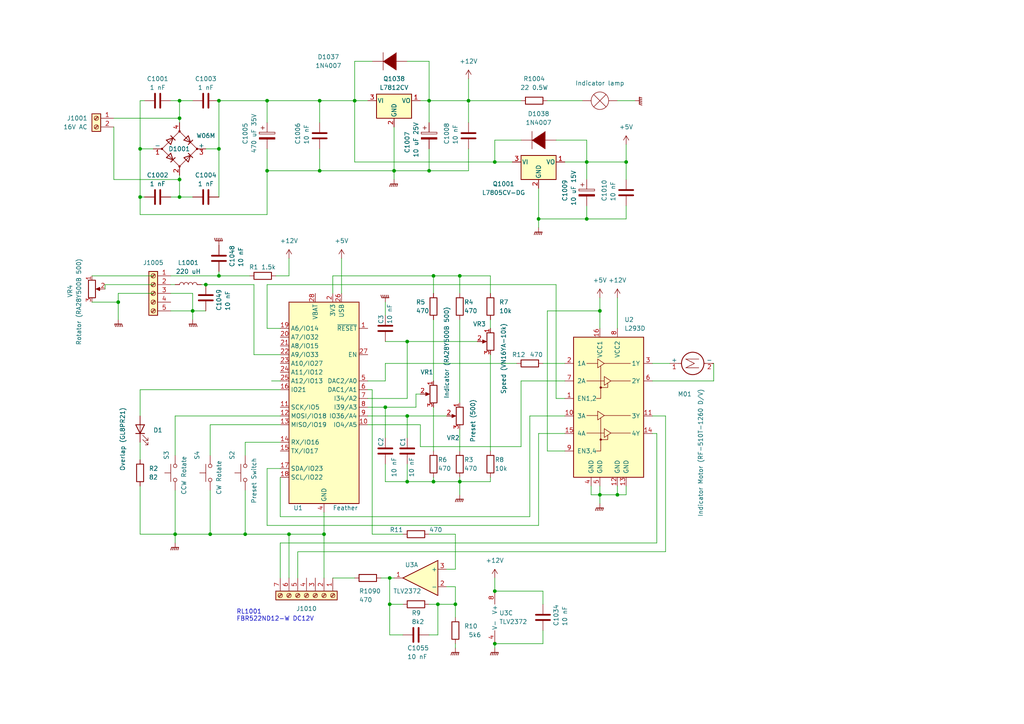
<source format=kicad_sch>
(kicad_sch (version 20211123) (generator eeschema)
  (paper "A4")
  (title_block (title "Yaesu G-1000DXC Controller") (date "2022-07-04") (rev "1"))
  (lib_symbols
    (symbol "Amplifier_Operational:NE5532" (pin_names (offset 0.127))
      (property "Reference" "U" (at 0 5.08 0))
      (property "Value" "NE5532" (at 0 -5.08 0))
      (symbol "NE5532_1_1"
        (polyline (pts (xy -5.08 5.08) (xy 5.08 0) (xy -5.08 -5.08) (xy -5.08 5.08)) (stroke (width 0.254)) (fill (type background)))
        (pin output line (at 7.62 0 180) (length 2.54) (name "~") (number "1"))
        (pin input line (at -7.62 -2.54 0) (length 2.54) (name "-") (number "2"))
        (pin input line (at -7.62 2.54 0) (length 2.54) (name "+") (number "3"))
      )
      (symbol "NE5532_2_1"
        (polyline (pts (xy -5.08 5.08) (xy 5.08 0) (xy -5.08 -5.08) (xy -5.08 5.08)) (stroke (width 0.254)) (fill (type background)))
        (pin input line (at -7.62 2.54 0) (length 2.54) (name "+") (number "5"))
        (pin input line (at -7.62 -2.54 0) (length 2.54) (name "-") (number "6"))
        (pin output line (at 7.62 0 180) (length 2.54) (name "~") (number "7"))
      )
      (symbol "NE5532_3_1"
        (pin power_in line (at -2.54 -7.62 90) (length 3.81) (name "V-") (number "4"))
        (pin power_in line (at -2.54 7.62 270) (length 3.81) (name "V+") (number "8"))
      )
    )
    (symbol "Connector:Screw_Terminal_01x02" (pin_names (offset 1.016) hide)
      (property "Reference" "J" (at 0 2.54 0))
      (property "Value" "Screw_Terminal_01x02" (at 0 -5.08 0))
      (symbol "Screw_Terminal_01x02_1_1"
        (rectangle (start -1.27 1.27) (end 1.27 -3.81) (stroke (width 0.254)) (fill (type background)))
        (circle (center 0 -2.54) (radius 0.635) (stroke (width 0.1524)))
        (polyline (pts (xy -0.5334 -2.2098) (xy 0.3302 -3.048)) (stroke (width 0.1524)))
        (polyline (pts (xy -0.5334 0.3302) (xy 0.3302 -0.508)) (stroke (width 0.1524)))
        (polyline (pts (xy -0.3556 -2.032) (xy 0.508 -2.8702)) (stroke (width 0.1524)))
        (polyline (pts (xy -0.3556 0.508) (xy 0.508 -0.3302)) (stroke (width 0.1524)))
        (circle (center 0 0) (radius 0.635) (stroke (width 0.1524)))
        (pin passive line (at -5.08 0 0) (length 3.81) (name "Pin_1") (number "1"))
        (pin passive line (at -5.08 -2.54 0) (length 3.81) (name "Pin_2") (number "2"))
      )
    )
    (symbol "Connector:Screw_Terminal_01x05" (pin_names (offset 1.016) hide)
      (property "Reference" "J" (at 0 7.62 0))
      (property "Value" "Screw_Terminal_01x05" (at 0 -7.62 0))
      (symbol "Screw_Terminal_01x05_1_1"
        (rectangle (start -1.27 6.35) (end 1.27 -6.35) (stroke (width 0.254)) (fill (type background)))
        (circle (center 0 -5.08) (radius 0.635) (stroke (width 0.1524)))
        (circle (center 0 -2.54) (radius 0.635) (stroke (width 0.1524)))
        (polyline (pts (xy -0.5334 -4.7498) (xy 0.3302 -5.588)) (stroke (width 0.1524)))
        (polyline (pts (xy -0.5334 -2.2098) (xy 0.3302 -3.048)) (stroke (width 0.1524)))
        (polyline (pts (xy -0.5334 0.3302) (xy 0.3302 -0.508)) (stroke (width 0.1524)))
        (polyline (pts (xy -0.5334 2.8702) (xy 0.3302 2.032)) (stroke (width 0.1524)))
        (polyline (pts (xy -0.5334 5.4102) (xy 0.3302 4.572)) (stroke (width 0.1524)))
        (polyline (pts (xy -0.3556 -4.572) (xy 0.508 -5.4102)) (stroke (width 0.1524)))
        (polyline (pts (xy -0.3556 -2.032) (xy 0.508 -2.8702)) (stroke (width 0.1524)))
        (polyline (pts (xy -0.3556 0.508) (xy 0.508 -0.3302)) (stroke (width 0.1524)))
        (polyline (pts (xy -0.3556 3.048) (xy 0.508 2.2098)) (stroke (width 0.1524)))
        (polyline (pts (xy -0.3556 5.588) (xy 0.508 4.7498)) (stroke (width 0.1524)))
        (circle (center 0 0) (radius 0.635) (stroke (width 0.1524)))
        (circle (center 0 2.54) (radius 0.635) (stroke (width 0.1524)))
        (circle (center 0 5.08) (radius 0.635) (stroke (width 0.1524)))
        (pin passive line (at -5.08 5.08 0) (length 3.81) (name "Pin_1") (number "1"))
        (pin passive line (at -5.08 2.54 0) (length 3.81) (name "Pin_2") (number "2"))
        (pin passive line (at -5.08 0 0) (length 3.81) (name "Pin_3") (number "3"))
        (pin passive line (at -5.08 -2.54 0) (length 3.81) (name "Pin_4") (number "4"))
        (pin passive line (at -5.08 -5.08 0) (length 3.81) (name "Pin_5") (number "5"))
      )
    )
    (symbol "Connector:Screw_Terminal_01x07" (pin_names (offset 1.016) hide)
      (property "Reference" "J" (at 0 10.16 0))
      (property "Value" "Screw_Terminal_01x07" (at 0 -10.16 0))
      (symbol "Screw_Terminal_01x07_1_1"
        (rectangle (start -1.27 8.89) (end 1.27 -8.89) (stroke (width 0.254)) (fill (type background)))
        (circle (center 0 -7.62) (radius 0.635) (stroke (width 0.1524)))
        (circle (center 0 -5.08) (radius 0.635) (stroke (width 0.1524)))
        (circle (center 0 -2.54) (radius 0.635) (stroke (width 0.1524)))
        (polyline (pts (xy -0.5334 -7.2898) (xy 0.3302 -8.128)) (stroke (width 0.1524)))
        (polyline (pts (xy -0.5334 -4.7498) (xy 0.3302 -5.588)) (stroke (width 0.1524)))
        (polyline (pts (xy -0.5334 -2.2098) (xy 0.3302 -3.048)) (stroke (width 0.1524)))
        (polyline (pts (xy -0.5334 0.3302) (xy 0.3302 -0.508)) (stroke (width 0.1524)))
        (polyline (pts (xy -0.5334 2.8702) (xy 0.3302 2.032)) (stroke (width 0.1524)))
        (polyline (pts (xy -0.5334 5.4102) (xy 0.3302 4.572)) (stroke (width 0.1524)))
        (polyline (pts (xy -0.5334 7.9502) (xy 0.3302 7.112)) (stroke (width 0.1524)))
        (polyline (pts (xy -0.3556 -7.112) (xy 0.508 -7.9502)) (stroke (width 0.1524)))
        (polyline (pts (xy -0.3556 -4.572) (xy 0.508 -5.4102)) (stroke (width 0.1524)))
        (polyline (pts (xy -0.3556 -2.032) (xy 0.508 -2.8702)) (stroke (width 0.1524)))
        (polyline (pts (xy -0.3556 0.508) (xy 0.508 -0.3302)) (stroke (width 0.1524)))
        (polyline (pts (xy -0.3556 3.048) (xy 0.508 2.2098)) (stroke (width 0.1524)))
        (polyline (pts (xy -0.3556 5.588) (xy 0.508 4.7498)) (stroke (width 0.1524)))
        (polyline (pts (xy -0.3556 8.128) (xy 0.508 7.2898)) (stroke (width 0.1524)))
        (circle (center 0 0) (radius 0.635) (stroke (width 0.1524)))
        (circle (center 0 2.54) (radius 0.635) (stroke (width 0.1524)))
        (circle (center 0 5.08) (radius 0.635) (stroke (width 0.1524)))
        (circle (center 0 7.62) (radius 0.635) (stroke (width 0.1524)))
        (pin passive line (at -5.08 7.62 0) (length 3.81) (name "Pin_1") (number "1"))
        (pin passive line (at -5.08 5.08 0) (length 3.81) (name "Pin_2") (number "2"))
        (pin passive line (at -5.08 2.54 0) (length 3.81) (name "Pin_3") (number "3"))
        (pin passive line (at -5.08 0 0) (length 3.81) (name "Pin_4") (number "4"))
        (pin passive line (at -5.08 -2.54 0) (length 3.81) (name "Pin_5") (number "5"))
        (pin passive line (at -5.08 -5.08 0) (length 3.81) (name "Pin_6") (number "6"))
        (pin passive line (at -5.08 -7.62 0) (length 3.81) (name "Pin_7") (number "7"))
      )
    )
    (symbol "Device:C" (pin_numbers hide) (pin_names (offset 0.254))
      (property "Reference" "C" (at 0.635 2.54 0))
      (property "Value" "C" (at 0.635 -2.54 0))
      (symbol "C_0_1"
        (polyline (pts (xy -2.032 -0.762) (xy 2.032 -0.762)) (stroke (width 0.508)))
        (polyline (pts (xy -2.032 0.762) (xy 2.032 0.762)) (stroke (width 0.508)))
      )
      (symbol "C_1_1"
        (pin passive line (at 0 3.81 270) (length 2.794) (name "~") (number "1"))
        (pin passive line (at 0 -3.81 90) (length 2.794) (name "~") (number "2"))
      )
    )
    (symbol "Device:C_Polarized" (pin_numbers hide) (pin_names (offset 0.254))
      (property "Reference" "C" (at 0.635 2.54 0))
      (property "Value" "C_Polarized" (at 0.635 -2.54 0))
      (symbol "C_Polarized_0_1"
        (rectangle (start -2.286 0.508) (end 2.286 1.016))
        (polyline (pts (xy -1.778 2.286) (xy -0.762 2.286)))
        (polyline (pts (xy -1.27 2.794) (xy -1.27 1.778)))
        (rectangle (start 2.286 -0.508) (end -2.286 -1.016) (fill (type outline)))
      )
      (symbol "C_Polarized_1_1"
        (pin passive line (at 0 3.81 270) (length 2.794) (name "~") (number "1"))
        (pin passive line (at 0 -3.81 90) (length 2.794) (name "~") (number "2"))
      )
    )
    (symbol "Device:D_Bridge_-A+A" (pin_names (offset 0))
      (property "Reference" "D" (at 2.54 6.985 0))
      (property "Value" "D_Bridge_-A+A" (at 2.54 5.08 0))
      (symbol "D_Bridge_-A+A_0_1"
        (circle (center -5.08 0) (radius 0.254) (fill (type outline)))
        (circle (center 0 -5.08) (radius 0.254) (fill (type outline)))
        (polyline (pts (xy -2.54 3.81) (xy -1.27 2.54)) (stroke (width 0.254)))
        (polyline (pts (xy -1.27 -2.54) (xy -2.54 -3.81)) (stroke (width 0.254)))
        (polyline (pts (xy 2.54 -1.27) (xy 3.81 -2.54)) (stroke (width 0.254)))
        (polyline (pts (xy 2.54 1.27) (xy 3.81 2.54)) (stroke (width 0.254)))
        (polyline (pts (xy -3.81 2.54) (xy -2.54 1.27) (xy -1.905 3.175) (xy -3.81 2.54)) (stroke (width 0.254)))
        (polyline (pts (xy -2.54 -1.27) (xy -3.81 -2.54) (xy -1.905 -3.175) (xy -2.54 -1.27)) (stroke (width 0.254)))
        (polyline (pts (xy 1.27 2.54) (xy 2.54 3.81) (xy 3.175 1.905) (xy 1.27 2.54)) (stroke (width 0.254)))
        (polyline (pts (xy 3.175 -1.905) (xy 1.27 -2.54) (xy 2.54 -3.81) (xy 3.175 -1.905)) (stroke (width 0.254)))
        (polyline (pts (xy -5.08 0) (xy 0 -5.08) (xy 5.08 0) (xy 0 5.08) (xy -5.08 0)))
        (circle (center 0 5.08) (radius 0.254) (fill (type outline)))
        (circle (center 5.08 0) (radius 0.254) (fill (type outline)))
      )
      (symbol "D_Bridge_-A+A_1_1"
        (pin passive line (at -7.62 0 0) (length 2.54) (name "-") (number "1"))
        (pin passive line (at 0 -7.62 90) (length 2.54) (name "~") (number "2"))
        (pin passive line (at 7.62 0 180) (length 2.54) (name "+") (number "3"))
        (pin passive line (at 0 7.62 270) (length 2.54) (name "~") (number "4"))
      )
    )
    (symbol "Device:L" (pin_numbers hide) (pin_names (offset 1.016) hide)
      (property "Reference" "L" (at -1.27 0 90))
      (property "Value" "L" (at 1.905 0 90))
      (symbol "L_0_1"
        (arc (start 0 -2.54) (mid 0.635 -1.905) (end 0 -1.27))
        (arc (start 0 -1.27) (mid 0.635 -0.635) (end 0 0))
        (arc (start 0 0) (mid 0.635 0.635) (end 0 1.27))
        (arc (start 0 1.27) (mid 0.635 1.905) (end 0 2.54))
      )
      (symbol "L_1_1"
        (pin passive line (at 0 3.81 270) (length 1.27) (name "1") (number "1"))
        (pin passive line (at 0 -3.81 90) (length 1.27) (name "2") (number "2"))
      )
    )
    (symbol "Device:LED" (pin_numbers hide) (pin_names (offset 1.016) hide)
      (property "Reference" "D" (at 0 2.54 0))
      (property "Value" "LED" (at 0 -2.54 0))
      (symbol "LED_0_1"
        (polyline (pts (xy -1.27 -1.27) (xy -1.27 1.27)) (stroke (width 0.254)))
        (polyline (pts (xy -1.27 0) (xy 1.27 0)))
        (polyline (pts (xy 1.27 -1.27) (xy 1.27 1.27) (xy -1.27 0) (xy 1.27 -1.27)) (stroke (width 0.254)))
        (polyline (pts (xy -3.048 -0.762) (xy -4.572 -2.286) (xy -3.81 -2.286) (xy -4.572 -2.286) (xy -4.572 -1.524)))
        (polyline (pts (xy -1.778 -0.762) (xy -3.302 -2.286) (xy -2.54 -2.286) (xy -3.302 -2.286) (xy -3.302 -1.524)))
      )
      (symbol "LED_1_1"
        (pin passive line (at -3.81 0 0) (length 2.54) (name "K") (number "1"))
        (pin passive line (at 3.81 0 180) (length 2.54) (name "A") (number "2"))
      )
    )
    (symbol "Device:Lamp" (pin_numbers hide) (pin_names (offset 0.0254) hide)
      (property "Reference" "LA" (at 0.635 3.81 0))
      (property "Value" "Lamp" (at 0.635 -3.81 0))
      (symbol "Lamp_0_1"
        (polyline (pts (xy -1.778 1.778) (xy 1.778 -1.778)))
        (polyline (pts (xy 1.778 1.778) (xy -1.778 -1.778)))
        (circle (center 0 0) (radius 2.54))
      )
      (symbol "Lamp_1_1"
        (pin passive line (at 0 -5.08 90) (length 2.54) (name "-") (number "1"))
        (pin passive line (at 0 5.08 270) (length 2.54) (name "+") (number "2"))
      )
    )
    (symbol "Device:R" (pin_numbers hide) (pin_names (offset 0))
      (property "Reference" "R" (at 2.032 0 90))
      (property "Value" "R" (at 0 0 90))
      (symbol "R_0_1"
        (rectangle (start -1.016 -2.54) (end 1.016 2.54) (stroke (width 0.254)))
      )
      (symbol "R_1_1"
        (pin passive line (at 0 3.81 270) (length 1.27) (name "~") (number "1"))
        (pin passive line (at 0 -3.81 90) (length 1.27) (name "~") (number "2"))
      )
    )
    (symbol "Device:R_Potentiometer" (pin_names (offset 1.016) hide)
      (property "Reference" "RV" (at -4.445 0 90))
      (property "Value" "R_Potentiometer" (at -2.54 0 90))
      (symbol "R_Potentiometer_0_1"
        (polyline (pts (xy 2.54 0) (xy 1.524 0)))
        (polyline (pts (xy 1.143 0) (xy 2.286 0.508) (xy 2.286 -0.508) (xy 1.143 0)) (fill (type outline)))
        (rectangle (start 1.016 2.54) (end -1.016 -2.54) (stroke (width 0.254)))
      )
      (symbol "R_Potentiometer_1_1"
        (pin passive line (at 0 3.81 270) (length 1.27) (name "1") (number "1"))
        (pin passive line (at 3.81 0 180) (length 1.27) (name "2") (number "2"))
        (pin passive line (at 0 -3.81 90) (length 1.27) (name "3") (number "3"))
      )
    )
    (symbol "Driver_Motor:L293D" (pin_names (offset 1.016))
      (property "Reference" "U" (at -5.08 26.035 0))
      (property "Value" "L293D" (at -5.08 24.13 0))
      (symbol "L293D_0_1"
        (rectangle (start -10.16 22.86) (end 10.16 -17.78) (stroke (width 0.254)) (fill (type background)))
        (circle (center -2.286 -6.858) (radius 0.254) (fill (type outline)))
        (circle (center -2.286 8.255) (radius 0.254) (fill (type outline)))
        (polyline (pts (xy -6.35 -4.953) (xy -1.27 -4.953)))
        (polyline (pts (xy -6.35 0.127) (xy -3.175 0.127)))
        (polyline (pts (xy -6.35 10.16) (xy -1.27 10.16)))
        (polyline (pts (xy -6.35 15.24) (xy -3.175 15.24)))
        (polyline (pts (xy -1.27 0.127) (xy 6.35 0.127)))
        (polyline (pts (xy -1.27 15.24) (xy 6.35 15.24)))
        (polyline (pts (xy 0.635 -4.953) (xy 6.35 -4.953)))
        (polyline (pts (xy 0.635 10.16) (xy 6.35 10.16)))
        (polyline (pts (xy -2.286 -6.858) (xy -0.254 -6.858) (xy -0.254 -5.588)))
        (polyline (pts (xy -2.286 -0.635) (xy -2.286 -10.16) (xy -3.556 -10.16)))
        (polyline (pts (xy -2.286 8.255) (xy -0.254 8.255) (xy -0.254 9.525)))
        (polyline (pts (xy -2.286 14.478) (xy -2.286 5.08) (xy -3.556 5.08)))
        (polyline (pts (xy -3.175 1.397) (xy -3.175 -1.143) (xy -1.27 0.127) (xy -3.175 1.397)))
        (polyline (pts (xy -3.175 16.51) (xy -3.175 13.97) (xy -1.27 15.24) (xy -3.175 16.51)))
        (polyline (pts (xy -1.27 -3.683) (xy -1.27 -6.223) (xy 0.635 -4.953) (xy -1.27 -3.683)))
        (polyline (pts (xy -1.27 11.43) (xy -1.27 8.89) (xy 0.635 10.16) (xy -1.27 11.43)))
      )
      (symbol "L293D_1_1"
        (pin input line (at -12.7 5.08 0) (length 2.54) (name "EN1,2") (number "1"))
        (pin input line (at -12.7 0 0) (length 2.54) (name "3A") (number "10"))
        (pin output line (at 12.7 0 180) (length 2.54) (name "3Y") (number "11"))
        (pin power_in line (at 2.54 -20.32 90) (length 2.54) (name "GND") (number "12"))
        (pin power_in line (at 5.08 -20.32 90) (length 2.54) (name "GND") (number "13"))
        (pin output line (at 12.7 -5.08 180) (length 2.54) (name "4Y") (number "14"))
        (pin input line (at -12.7 -5.08 0) (length 2.54) (name "4A") (number "15"))
        (pin power_in line (at -2.54 25.4 270) (length 2.54) (name "VCC1") (number "16"))
        (pin input line (at -12.7 15.24 0) (length 2.54) (name "1A") (number "2"))
        (pin output line (at 12.7 15.24 180) (length 2.54) (name "1Y") (number "3"))
        (pin power_in line (at -5.08 -20.32 90) (length 2.54) (name "GND") (number "4"))
        (pin power_in line (at -2.54 -20.32 90) (length 2.54) (name "GND") (number "5"))
        (pin output line (at 12.7 10.16 180) (length 2.54) (name "2Y") (number "6"))
        (pin input line (at -12.7 10.16 0) (length 2.54) (name "2A") (number "7"))
        (pin power_in line (at 2.54 25.4 270) (length 2.54) (name "VCC2") (number "8"))
        (pin input line (at -12.7 -10.16 0) (length 2.54) (name "EN3,4") (number "9"))
      )
    )
    (symbol "GNDPWR_1" (power) (pin_names (offset 0) hide)
      (property "Value" "GNDPWR_1" (at 0 -3.302 0))
      (symbol "GNDPWR_1_0_1"
        (polyline (pts (xy 0 -1.27) (xy 0 0)))
        (polyline (pts (xy -1.016 -1.27) (xy -1.27 -2.032) (xy -1.27 -2.032)) (stroke (width 0.2032)))
        (polyline (pts (xy -0.508 -1.27) (xy -0.762 -2.032) (xy -0.762 -2.032)) (stroke (width 0.2032)))
        (polyline (pts (xy 0 -1.27) (xy -0.254 -2.032) (xy -0.254 -2.032)) (stroke (width 0.2032)))
        (polyline (pts (xy 0.508 -1.27) (xy 0.254 -2.032) (xy 0.254 -2.032)) (stroke (width 0.2032)))
        (polyline (pts (xy 1.016 -1.27) (xy -1.016 -1.27) (xy -1.016 -1.27)) (stroke (width 0.2032)))
        (polyline (pts (xy 1.016 -1.27) (xy 0.762 -2.032) (xy 0.762 -2.032) (xy 0.762 -2.032)) (stroke (width 0.2032)))
      )
      (symbol "GNDPWR_1_1_1"
        (pin power_in line (at 0 0 270) (length 0) hide (name "GNDPWR") (number "1"))
      )
    )
    (symbol "L78L06_TO92_1" (pin_names (offset 0.254))
      (property "Reference" "U" (at -3.81 3.175 0))
      (property "Value" "L78L06_TO92_1" (at 0 3.175 0))
      (symbol "L78L06_TO92_1_0_1"
        (rectangle (start -5.08 -5.08) (end 5.08 1.905) (stroke (width 0.254)) (fill (type background)))
      )
      (symbol "L78L06_TO92_1_1_1"
        (pin power_out line (at 7.62 0 180) (length 2.54) (name "VO") (number "1") (alternate "" input line))
        (pin power_in line (at 0 -7.62 90) (length 2.54) (name "GND") (number "2") (alternate "" input line))
        (pin power_in line (at -7.62 0 0) (length 2.54) (name "VI") (number "3") (alternate "" input line))
      )
    )
    (symbol "MCU_Module:Adafruit_Feather_HUZZAH32_ESP32"
      (property "Reference" "A" (at -10.16 29.21 0))
      (property "Value" "Adafruit_Feather_HUZZAH32_ESP32" (at 2.54 -31.75 0))
      (symbol "Adafruit_Feather_HUZZAH32_ESP32_0_1"
        (rectangle (start -10.16 27.94) (end 10.16 -30.48) (stroke (width 0.254)) (fill (type background)))
      )
      (symbol "Adafruit_Feather_HUZZAH32_ESP32_1_1"
        (pin input line (at 12.7 20.32 180) (length 2.54) (name "~{RESET}") (number "1"))
        (pin bidirectional line (at 12.7 -7.62 180) (length 2.54) (name "IO4/A5") (number "10"))
        (pin bidirectional line (at -12.7 -2.54 0) (length 2.54) (name "SCK/IO5") (number "11"))
        (pin bidirectional line (at -12.7 -5.08 0) (length 2.54) (name "MOSI/IO18") (number "12"))
        (pin bidirectional line (at -12.7 -7.62 0) (length 2.54) (name "MISO/IO19") (number "13"))
        (pin bidirectional line (at -12.7 -12.7 0) (length 2.54) (name "RX/IO16") (number "14"))
        (pin bidirectional line (at -12.7 -15.24 0) (length 2.54) (name "TX/IO17") (number "15"))
        (pin bidirectional line (at -12.7 2.54 0) (length 2.54) (name "IO21") (number "16"))
        (pin bidirectional line (at -12.7 -20.32 0) (length 2.54) (name "SDA/IO23") (number "17"))
        (pin bidirectional line (at -12.7 -22.86 0) (length 2.54) (name "SCL/IO22") (number "18"))
        (pin bidirectional line (at -12.7 20.32 0) (length 2.54) (name "A6/IO14") (number "19"))
        (pin power_in line (at 2.54 30.48 270) (length 2.54) (name "3V3") (number "2"))
        (pin bidirectional line (at -12.7 17.78 0) (length 2.54) (name "A7/IO32") (number "20"))
        (pin bidirectional line (at -12.7 15.24 0) (length 2.54) (name "A8/IO15") (number "21"))
        (pin bidirectional line (at -12.7 12.7 0) (length 2.54) (name "A9/IO33") (number "22"))
        (pin bidirectional line (at -12.7 10.16 0) (length 2.54) (name "A10/IO27") (number "23"))
        (pin bidirectional line (at -12.7 7.62 0) (length 2.54) (name "A11/IO12") (number "24"))
        (pin bidirectional line (at -12.7 5.08 0) (length 2.54) (name "A12/IO13") (number "25"))
        (pin power_in line (at 5.08 30.48 270) (length 2.54) (name "USB") (number "26"))
        (pin input line (at 12.7 12.7 180) (length 2.54) (name "EN") (number "27"))
        (pin power_in line (at -2.54 30.48 270) (length 2.54) (name "VBAT") (number "28"))
        (pin no_connect line (at 10.16 10.16 180) (length 2.54) hide (name "NC") (number "3"))
        (pin power_in line (at 0 -33.02 90) (length 2.54) (name "GND") (number "4"))
        (pin bidirectional line (at 12.7 5.08 180) (length 2.54) (name "DAC2/A0") (number "5"))
        (pin bidirectional line (at 12.7 2.54 180) (length 2.54) (name "DAC1/A1") (number "6"))
        (pin bidirectional line (at 12.7 0 180) (length 2.54) (name "I34/A2") (number "7"))
        (pin bidirectional line (at 12.7 -2.54 180) (length 2.54) (name "I39/A3") (number "8"))
        (pin bidirectional line (at 12.7 -5.08 180) (length 2.54) (name "IO36/A4") (number "9"))
      )
    )
    (symbol "Motor:Motor_DC" (pin_names (offset 0))
      (property "Reference" "M" (at 2.54 2.54 0))
      (property "Value" "Motor_DC" (at 2.54 -5.08 0))
      (symbol "Motor_DC_0_0"
        (polyline (pts (xy -1.27 -3.302) (xy -1.27 0.508) (xy 0 -2.032) (xy 1.27 0.508) (xy 1.27 -3.302)))
      )
      (symbol "Motor_DC_0_1"
        (circle (center 0 -1.524) (radius 3.2512) (stroke (width 0.254)))
        (polyline (pts (xy 0 -7.62) (xy 0 -7.112)))
        (polyline (pts (xy 0 -4.7752) (xy 0 -5.1816)))
        (polyline (pts (xy 0 1.7272) (xy 0 2.0828)))
        (polyline (pts (xy 0 2.032) (xy 0 2.54)))
      )
      (symbol "Motor_DC_1_1"
        (pin passive line (at 0 5.08 270) (length 2.54) (name "+") (number "1"))
        (pin passive line (at 0 -7.62 90) (length 2.54) (name "-") (number "2"))
      )
    )
    (symbol "Regulator_Linear:L78L06_TO92" (pin_names (offset 0.254))
      (property "Reference" "U" (at -3.81 3.175 0))
      (property "Value" "L78L06_TO92" (at 0 3.175 0))
      (symbol "L78L06_TO92_0_1"
        (rectangle (start -5.08 -5.08) (end 5.08 1.905) (stroke (width 0.254)) (fill (type background)))
      )
      (symbol "L78L06_TO92_1_1"
        (pin power_out line (at 7.62 0 180) (length 2.54) (name "VO") (number "1") (alternate "" input line))
        (pin power_in line (at 0 -7.62 90) (length 2.54) (name "GND") (number "2") (alternate "" input line))
        (pin power_in line (at -7.62 0 0) (length 2.54) (name "VI") (number "3") (alternate "" input line))
      )
    )
    (symbol "Switch:SW_Push" (pin_numbers hide) (pin_names (offset 1.016) hide)
      (property "Reference" "SW" (at 1.27 2.54 0))
      (property "Value" "SW_Push" (at 0 -1.524 0))
      (symbol "SW_Push_0_1"
        (circle (center -2.032 0) (radius 0.508))
        (polyline (pts (xy 0 1.27) (xy 0 3.048)))
        (polyline (pts (xy 2.54 1.27) (xy -2.54 1.27)))
        (circle (center 2.032 0) (radius 0.508))
        (pin passive line (at -5.08 0 0) (length 2.54) (name "1") (number "1"))
        (pin passive line (at 5.08 0 180) (length 2.54) (name "2") (number "2"))
      )
    )
    (symbol "power:+12V" (power) (pin_names (offset 0))
      (property "Value" "+12V" (at 0 3.556 0))
      (symbol "+12V_0_1"
        (polyline (pts (xy -0.762 1.27) (xy 0 2.54)))
        (polyline (pts (xy 0 0) (xy 0 2.54)))
        (polyline (pts (xy 0 2.54) (xy 0.762 1.27)))
      )
      (symbol "+12V_1_1"
        (pin power_in line (at 0 0 90) (length 0) hide (name "+12V") (number "1"))
      )
    )
    (symbol "power:+5V" (power) (pin_names (offset 0))
      (property "Value" "+5V" (at 0 3.556 0))
      (symbol "+5V_0_1"
        (polyline (pts (xy -0.762 1.27) (xy 0 2.54)))
        (polyline (pts (xy 0 0) (xy 0 2.54)))
        (polyline (pts (xy 0 2.54) (xy 0.762 1.27)))
      )
      (symbol "+5V_1_1"
        (pin power_in line (at 0 0 90) (length 0) hide (name "+5V") (number "1"))
      )
    )
    (symbol "power:GNDPWR" (power) (pin_names (offset 0))
      (property "Value" "GNDPWR" (at 0 -3.302 0))
      (symbol "GNDPWR_0_1"
        (polyline (pts (xy 0 -1.27) (xy 0 0)))
        (polyline (pts (xy -1.016 -1.27) (xy -1.27 -2.032) (xy -1.27 -2.032)) (stroke (width 0.2032)))
        (polyline (pts (xy -0.508 -1.27) (xy -0.762 -2.032) (xy -0.762 -2.032)) (stroke (width 0.2032)))
        (polyline (pts (xy 0 -1.27) (xy -0.254 -2.032) (xy -0.254 -2.032)) (stroke (width 0.2032)))
        (polyline (pts (xy 0.508 -1.27) (xy 0.254 -2.032) (xy 0.254 -2.032)) (stroke (width 0.2032)))
        (polyline (pts (xy 1.016 -1.27) (xy -1.016 -1.27) (xy -1.016 -1.27)) (stroke (width 0.2032)))
        (polyline (pts (xy 1.016 -1.27) (xy 0.762 -2.032) (xy 0.762 -2.032) (xy 0.762 -2.032)) (stroke (width 0.2032)))
      )
      (symbol "GNDPWR_1_1"
        (pin power_in line (at 0 0 270) (length 0) hide (name "GNDPWR") (number "1"))
      )
    )
    (symbol "pspice:DIODE" (pin_numbers hide) (pin_names (offset 1.016) hide)
      (property "Reference" "D" (at 0 3.81 0))
      (property "Value" "DIODE" (at 0 -4.445 0))
      (symbol "DIODE_0_1"
        (polyline (pts (xy 1.905 2.54) (xy 1.905 -2.54)))
        (polyline (pts (xy -1.905 2.54) (xy -1.905 -2.54) (xy 1.905 0)) (fill (type outline)))
      )
      (symbol "DIODE_1_1"
        (pin input line (at -5.08 0 0) (length 3.81) (name "K") (number "1"))
        (pin input line (at 5.08 0 180) (length 3.81) (name "A") (number "2"))
      )
    )
  )
  (junction (at 34.29 87.63))
  (junction (at 118.11 139.7))
  (junction (at 102.87 29.21))
  (junction (at 181.61 46.99))
  (junction (at 124.46 29.21))
  (junction (at 63.5 29.21))
  (junction (at 55.88 90.17))
  (junction (at 71.12 154.94))
  (junction (at 114.3 49.53))
  (junction (at 143.51 186.69))
  (junction (at 133.35 80.01))
  (junction (at 77.47 29.21))
  (junction (at 40.64 43.18))
  (junction (at 173.99 90.17))
  (junction (at 50.8 154.94))
  (junction (at 124.46 49.53))
  (junction (at 113.03 167.64))
  (junction (at 52.07 57.15))
  (junction (at 59.69 82.55))
  (junction (at 179.07 143.51))
  (junction (at 93.98 154.94))
  (junction (at 63.5 43.18))
  (junction (at 118.11 120.65))
  (junction (at 52.07 34.29))
  (junction (at 133.35 139.7))
  (junction (at 125.73 139.7))
  (junction (at 111.76 118.11))
  (junction (at 77.47 49.53))
  (junction (at 170.18 63.5))
  (junction (at 143.51 46.99))
  (junction (at 52.07 29.21))
  (junction (at 156.21 63.5))
  (junction (at 135.89 29.21))
  (junction (at 92.71 49.53))
  (junction (at 113.03 175.26))
  (junction (at 132.08 175.26))
  (junction (at 83.82 154.94))
  (junction (at 173.99 143.51))
  (junction (at 127 175.26))
  (junction (at 60.96 154.94))
  (junction (at 92.71 29.21))
  (junction (at 52.07 52.07))
  (junction (at 40.64 57.15))
  (junction (at 125.73 80.01))
  (junction (at 63.5 80.01))
  (junction (at 143.51 171.45))
  (junction (at 170.18 46.99))
  (junction (at 118.11 99.06))
  (wire (pts (xy 80.01 80.01) (xy 83.82 80.01)))
  (wire (pts (xy 116.84 184.15) (xy 113.03 184.15)))
  (wire (pts (xy 121.92 129.54) (xy 151.13 129.54)))
  (wire (pts (xy 173.99 90.17) (xy 173.99 95.25)))
  (wire (pts (xy 179.07 143.51) (xy 173.99 143.51)))
  (wire (pts (xy 77.47 43.18) (xy 77.47 49.53)))
  (wire (pts (xy 179.07 86.36) (xy 179.07 95.25)))
  (wire (pts (xy 125.73 139.7) (xy 133.35 139.7)))
  (wire (pts (xy 81.28 128.27) (xy 71.12 128.27)))
  (wire (pts (xy 118.11 115.57) (xy 106.68 115.57)))
  (wire (pts (xy 132.08 186.69) (xy 132.08 187.96)))
  (wire (pts (xy 34.29 85.09) (xy 44.45 85.09)))
  (wire (pts (xy 40.64 57.15) (xy 40.64 62.23)))
  (wire (pts (xy 77.47 95.25) (xy 81.28 95.25)))
  (wire (pts (xy 93.98 154.94) (xy 93.98 167.64)))
  (wire (pts (xy 157.48 175.26) (xy 157.48 171.45)))
  (wire (pts (xy 81.28 157.48) (xy 190.5 157.48)))
  (wire (pts (xy 50.8 142.24) (xy 50.8 154.94)))
  (wire (pts (xy 193.04 160.02) (xy 193.04 120.65)))
  (wire (pts (xy 143.51 40.64) (xy 143.51 46.99)))
  (wire (pts (xy 58.42 82.55) (xy 59.69 82.55)))
  (wire (pts (xy 142.24 102.87) (xy 142.24 130.81)))
  (wire (pts (xy 127 184.15) (xy 127 175.26)))
  (wire (pts (xy 102.87 29.21) (xy 106.68 29.21)))
  (wire (pts (xy 133.35 85.09) (xy 133.35 80.01)))
  (wire (pts (xy 59.69 82.55) (xy 73.66 82.55)))
  (wire (pts (xy 207.01 105.41) (xy 207.01 110.49)))
  (wire (pts (xy 41.91 29.21) (xy 40.64 29.21)))
  (wire (pts (xy 50.8 120.65) (xy 50.8 132.08)))
  (wire (pts (xy 73.66 102.87) (xy 81.28 102.87)))
  (wire (pts (xy 179.07 140.97) (xy 179.07 143.51)))
  (wire (pts (xy 106.68 110.49) (xy 111.76 110.49)))
  (wire (pts (xy 106.68 120.65) (xy 118.11 120.65)))
  (wire (pts (xy 86.36 167.64) (xy 86.36 160.02)))
  (wire (pts (xy 179.07 29.21) (xy 184.15 29.21)))
  (wire (pts (xy 133.35 139.7) (xy 133.35 143.51)))
  (wire (pts (xy 99.06 74.93) (xy 99.06 85.09)))
  (wire (pts (xy 106.68 113.03) (xy 107.95 113.03)))
  (wire (pts (xy 173.99 143.51) (xy 173.99 146.05)))
  (wire (pts (xy 40.64 113.03) (xy 81.28 113.03)))
  (wire (pts (xy 77.47 152.4) (xy 156.21 152.4)))
  (wire (pts (xy 49.53 80.01) (xy 63.5 80.01)))
  (wire (pts (xy 71.12 142.24) (xy 71.12 154.94)))
  (wire (pts (xy 135.89 49.53) (xy 124.46 49.53)))
  (wire (pts (xy 156.21 54.61) (xy 156.21 63.5)))
  (wire (pts (xy 77.47 49.53) (xy 92.71 49.53)))
  (wire (pts (xy 125.73 138.43) (xy 125.73 139.7)))
  (wire (pts (xy 102.87 46.99) (xy 143.51 46.99)))
  (wire (pts (xy 60.96 123.19) (xy 60.96 132.08)))
  (wire (pts (xy 181.61 140.97) (xy 181.61 143.51)))
  (wire (pts (xy 135.89 29.21) (xy 135.89 35.56)))
  (wire (pts (xy 173.99 143.51) (xy 171.45 143.51)))
  (wire (pts (xy 81.28 167.64) (xy 81.28 157.48)))
  (wire (pts (xy 125.73 92.71) (xy 125.73 110.49)))
  (wire (pts (xy 34.29 87.63) (xy 34.29 92.71)))
  (wire (pts (xy 83.82 80.01) (xy 83.82 74.93)))
  (wire (pts (xy 113.03 167.64) (xy 113.03 175.26)))
  (wire (pts (xy 153.67 120.65) (xy 163.83 120.65)))
  (wire (pts (xy 125.73 118.11) (xy 125.73 130.81)))
  (wire (pts (xy 133.35 124.46) (xy 133.35 130.81)))
  (wire (pts (xy 171.45 143.51) (xy 171.45 140.97)))
  (wire (pts (xy 83.82 154.94) (xy 71.12 154.94)))
  (wire (pts (xy 63.5 43.18) (xy 63.5 57.15)))
  (wire (pts (xy 120.65 118.11) (xy 111.76 118.11)))
  (wire (pts (xy 124.46 29.21) (xy 135.89 29.21)))
  (wire (pts (xy 52.07 52.07) (xy 52.07 57.15)))
  (wire (pts (xy 135.89 22.86) (xy 135.89 29.21)))
  (wire (pts (xy 163.83 125.73) (xy 156.21 125.73)))
  (wire (pts (xy 33.02 34.29) (xy 52.07 34.29)))
  (wire (pts (xy 161.29 115.57) (xy 163.83 115.57)))
  (wire (pts (xy 132.08 154.94) (xy 132.08 165.1)))
  (wire (pts (xy 96.52 80.01) (xy 125.73 80.01)))
  (wire (pts (xy 153.67 120.65) (xy 153.67 149.86)))
  (wire (pts (xy 156.21 125.73) (xy 156.21 152.4)))
  (wire (pts (xy 113.03 184.15) (xy 113.03 175.26)))
  (wire (pts (xy 77.47 82.55) (xy 161.29 82.55)))
  (wire (pts (xy 111.76 99.06) (xy 118.11 99.06)))
  (wire (pts (xy 118.11 99.06) (xy 138.43 99.06)))
  (wire (pts (xy 133.35 80.01) (xy 142.24 80.01)))
  (wire (pts (xy 189.23 110.49) (xy 207.01 110.49)))
  (wire (pts (xy 173.99 140.97) (xy 173.99 143.51)))
  (wire (pts (xy 86.36 160.02) (xy 193.04 160.02)))
  (wire (pts (xy 52.07 57.15) (xy 55.88 57.15)))
  (wire (pts (xy 55.88 85.09) (xy 55.88 90.17)))
  (wire (pts (xy 158.75 29.21) (xy 168.91 29.21)))
  (wire (pts (xy 161.29 82.55) (xy 161.29 115.57)))
  (wire (pts (xy 158.75 90.17) (xy 158.75 130.81)))
  (wire (pts (xy 125.73 80.01) (xy 125.73 85.09)))
  (wire (pts (xy 92.71 29.21) (xy 102.87 29.21)))
  (wire (pts (xy 40.64 128.27) (xy 40.64 133.35)))
  (wire (pts (xy 111.76 110.49) (xy 111.76 105.41)))
  (wire (pts (xy 111.76 134.62) (xy 111.76 139.7)))
  (wire (pts (xy 142.24 80.01) (xy 142.24 85.09)))
  (wire (pts (xy 133.35 139.7) (xy 142.24 139.7)))
  (wire (pts (xy 30.48 82.55) (xy 30.48 83.82)))
  (wire (pts (xy 135.89 29.21) (xy 151.13 29.21)))
  (wire (pts (xy 132.08 170.18) (xy 132.08 175.26)))
  (wire (pts (xy 157.48 105.41) (xy 163.83 105.41)))
  (wire (pts (xy 77.47 62.23) (xy 77.47 49.53)))
  (wire (pts (xy 124.46 29.21) (xy 124.46 35.56)))
  (wire (pts (xy 50.8 154.94) (xy 60.96 154.94)))
  (wire (pts (xy 170.18 46.99) (xy 170.18 52.07)))
  (wire (pts (xy 156.21 63.5) (xy 156.21 66.04)))
  (wire (pts (xy 143.51 46.99) (xy 148.59 46.99)))
  (wire (pts (xy 83.82 154.94) (xy 83.82 167.64)))
  (wire (pts (xy 170.18 59.69) (xy 170.18 63.5)))
  (wire (pts (xy 60.96 154.94) (xy 71.12 154.94)))
  (wire (pts (xy 118.11 134.62) (xy 118.11 139.7)))
  (wire (pts (xy 142.24 92.71) (xy 142.24 95.25)))
  (wire (pts (xy 81.28 149.86) (xy 153.67 149.86)))
  (wire (pts (xy 181.61 41.91) (xy 181.61 46.99)))
  (wire (pts (xy 118.11 120.65) (xy 129.54 120.65)))
  (wire (pts (xy 124.46 154.94) (xy 132.08 154.94)))
  (wire (pts (xy 189.23 105.41) (xy 194.31 105.41)))
  (wire (pts (xy 52.07 50.8) (xy 52.07 52.07)))
  (wire (pts (xy 102.87 17.78) (xy 102.87 29.21)))
  (wire (pts (xy 26.67 87.63) (xy 34.29 87.63)))
  (wire (pts (xy 78.74 110.49) (xy 81.28 110.49)))
  (wire (pts (xy 40.64 29.21) (xy 40.64 43.18)))
  (wire (pts (xy 26.67 80.01) (xy 44.45 80.01)))
  (wire (pts (xy 133.35 92.71) (xy 133.35 116.84)))
  (wire (pts (xy 96.52 85.09) (xy 96.52 80.01)))
  (wire (pts (xy 124.46 43.18) (xy 124.46 49.53)))
  (wire (pts (xy 92.71 29.21) (xy 77.47 29.21)))
  (wire (pts (xy 63.5 29.21) (xy 77.47 29.21)))
  (wire (pts (xy 133.35 138.43) (xy 133.35 139.7)))
  (wire (pts (xy 107.95 113.03) (xy 107.95 154.94)))
  (wire (pts (xy 92.71 29.21) (xy 92.71 35.56)))
  (wire (pts (xy 60.96 142.24) (xy 60.96 154.94)))
  (wire (pts (xy 114.3 49.53) (xy 114.3 36.83)))
  (wire (pts (xy 77.47 82.55) (xy 77.47 95.25)))
  (wire (pts (xy 118.11 139.7) (xy 125.73 139.7)))
  (wire (pts (xy 33.02 36.83) (xy 33.02 52.07)))
  (wire (pts (xy 157.48 171.45) (xy 143.51 171.45)))
  (wire (pts (xy 124.46 17.78) (xy 124.46 29.21)))
  (wire (pts (xy 163.83 110.49) (xy 151.13 110.49)))
  (wire (pts (xy 41.91 57.15) (xy 40.64 57.15)))
  (wire (pts (xy 63.5 29.21) (xy 63.5 43.18)))
  (wire (pts (xy 60.96 123.19) (xy 81.28 123.19)))
  (wire (pts (xy 151.13 40.64) (xy 143.51 40.64)))
  (wire (pts (xy 170.18 46.99) (xy 181.61 46.99)))
  (wire (pts (xy 55.88 90.17) (xy 59.69 90.17)))
  (wire (pts (xy 181.61 46.99) (xy 181.61 52.07)))
  (wire (pts (xy 92.71 43.18) (xy 92.71 49.53)))
  (wire (pts (xy 52.07 34.29) (xy 52.07 35.56)))
  (wire (pts (xy 50.8 120.65) (xy 81.28 120.65)))
  (wire (pts (xy 55.88 90.17) (xy 55.88 92.71)))
  (wire (pts (xy 111.76 139.7) (xy 118.11 139.7)))
  (wire (pts (xy 81.28 138.43) (xy 81.28 149.86)))
  (wire (pts (xy 157.48 182.88) (xy 157.48 186.69)))
  (wire (pts (xy 118.11 99.06) (xy 118.11 115.57)))
  (wire (pts (xy 170.18 40.64) (xy 170.18 46.99)))
  (wire (pts (xy 121.92 123.19) (xy 121.92 129.54)))
  (wire (pts (xy 102.87 29.21) (xy 102.87 46.99)))
  (wire (pts (xy 118.11 120.65) (xy 118.11 127)))
  (wire (pts (xy 111.76 118.11) (xy 106.68 118.11)))
  (wire (pts (xy 40.64 140.97) (xy 40.64 154.94)))
  (wire (pts (xy 111.76 87.63) (xy 111.76 91.44)))
  (wire (pts (xy 71.12 128.27) (xy 71.12 132.08)))
  (wire (pts (xy 190.5 125.73) (xy 189.23 125.73)))
  (wire (pts (xy 113.03 175.26) (xy 116.84 175.26)))
  (wire (pts (xy 161.29 40.64) (xy 170.18 40.64)))
  (wire (pts (xy 49.53 85.09) (xy 55.88 85.09)))
  (wire (pts (xy 40.64 43.18) (xy 44.45 43.18)))
  (wire (pts (xy 170.18 63.5) (xy 181.61 63.5)))
  (wire (pts (xy 120.65 114.3) (xy 120.65 118.11)))
  (wire (pts (xy 190.5 157.48) (xy 190.5 125.73)))
  (wire (pts (xy 49.53 57.15) (xy 52.07 57.15)))
  (wire (pts (xy 118.11 17.78) (xy 124.46 17.78)))
  (wire (pts (xy 59.69 43.18) (xy 63.5 43.18)))
  (wire (pts (xy 156.21 63.5) (xy 170.18 63.5)))
  (wire (pts (xy 143.51 186.69) (xy 143.51 187.96)))
  (wire (pts (xy 93.98 154.94) (xy 83.82 154.94)))
  (wire (pts (xy 181.61 143.51) (xy 179.07 143.51)))
  (wire (pts (xy 63.5 78.74) (xy 63.5 80.01)))
  (wire (pts (xy 124.46 184.15) (xy 127 184.15)))
  (wire (pts (xy 33.02 52.07) (xy 52.07 52.07)))
  (wire (pts (xy 40.64 62.23) (xy 77.47 62.23)))
  (wire (pts (xy 129.54 170.18) (xy 132.08 170.18)))
  (wire (pts (xy 106.68 123.19) (xy 121.92 123.19)))
  (wire (pts (xy 50.8 154.94) (xy 50.8 157.48)))
  (wire (pts (xy 111.76 118.11) (xy 111.76 127)))
  (wire (pts (xy 93.98 148.59) (xy 93.98 154.94)))
  (wire (pts (xy 49.53 82.55) (xy 50.8 82.55)))
  (wire (pts (xy 40.64 43.18) (xy 40.64 57.15)))
  (wire (pts (xy 40.64 154.94) (xy 50.8 154.94)))
  (wire (pts (xy 151.13 110.49) (xy 151.13 129.54)))
  (wire (pts (xy 73.66 82.55) (xy 73.66 102.87)))
  (wire (pts (xy 132.08 165.1) (xy 129.54 165.1)))
  (wire (pts (xy 52.07 29.21) (xy 52.07 34.29)))
  (wire (pts (xy 102.87 17.78) (xy 107.95 17.78)))
  (wire (pts (xy 34.29 85.09) (xy 34.29 87.63)))
  (wire (pts (xy 107.95 154.94) (xy 116.84 154.94)))
  (wire (pts (xy 49.53 90.17) (xy 55.88 90.17)))
  (wire (pts (xy 114.3 49.53) (xy 114.3 52.07)))
  (wire (pts (xy 121.92 29.21) (xy 124.46 29.21)))
  (wire (pts (xy 124.46 175.26) (xy 127 175.26)))
  (wire (pts (xy 181.61 59.69) (xy 181.61 63.5)))
  (wire (pts (xy 77.47 135.89) (xy 77.47 152.4)))
  (wire (pts (xy 121.92 114.3) (xy 120.65 114.3)))
  (wire (pts (xy 113.03 167.64) (xy 114.3 167.64)))
  (wire (pts (xy 96.52 167.64) (xy 102.87 167.64)))
  (wire (pts (xy 193.04 120.65) (xy 189.23 120.65)))
  (wire (pts (xy 77.47 29.21) (xy 77.47 35.56)))
  (wire (pts (xy 157.48 186.69) (xy 143.51 186.69)))
  (wire (pts (xy 132.08 175.26) (xy 132.08 179.07)))
  (wire (pts (xy 92.71 49.53) (xy 114.3 49.53)))
  (wire (pts (xy 173.99 86.36) (xy 173.99 90.17)))
  (wire (pts (xy 110.49 167.64) (xy 113.03 167.64)))
  (wire (pts (xy 127 175.26) (xy 132.08 175.26)))
  (wire (pts (xy 44.45 82.55) (xy 30.48 82.55)))
  (wire (pts (xy 124.46 49.53) (xy 114.3 49.53)))
  (wire (pts (xy 81.28 135.89) (xy 77.47 135.89)))
  (wire (pts (xy 143.51 167.64) (xy 143.51 171.45)))
  (wire (pts (xy 163.83 130.81) (xy 158.75 130.81)))
  (wire (pts (xy 49.53 29.21) (xy 52.07 29.21)))
  (wire (pts (xy 40.64 120.65) (xy 40.64 113.03)))
  (wire (pts (xy 72.39 80.01) (xy 63.5 80.01)))
  (wire (pts (xy 163.83 46.99) (xy 170.18 46.99)))
  (wire (pts (xy 142.24 138.43) (xy 142.24 139.7)))
  (wire (pts (xy 135.89 43.18) (xy 135.89 49.53)))
  (wire (pts (xy 125.73 80.01) (xy 133.35 80.01)))
  (wire (pts (xy 52.07 29.21) (xy 55.88 29.21)))
  (wire (pts (xy 158.75 90.17) (xy 173.99 90.17)))
  (wire (pts (xy 111.76 105.41) (xy 149.86 105.41)))
  (text "RL1001\nFBR522ND12-W DC12V" (at 68.58 180.34 0) (effects (font (size 1.27 1.27)) (justify left bottom)))
  (symbol (lib_id "Device:C") (at 120.65 184.15 90) (unit 1)
    (property "Reference" "C1055" (at 118.11 187.96 90) (effects (justify right)))
    (property "Value" "10 nF" (at 118.11 190.5 90) (effects (justify right)))
  )
  (symbol (lib_id "Device:R") (at 133.35 88.9 180) (unit 1)
    (property "Reference" "R4" (at 134.62 87.63 0) (effects (justify right)))
    (property "Value" "470" (at 134.62 90.17 0) (effects (justify right)))
  )
  (symbol (lib_id "Device:R") (at 125.73 134.62 180) (unit 1)
    (property "Reference" "R6" (at 127 133.35 0) (effects (justify right)))
    (property "Value" "470" (at 127 135.89 0) (effects (justify right)))
  )
  (symbol (lib_id "Device:R_Potentiometer") (at 125.73 114.3 0) (mirror y) (unit 1)
    (property "Reference" "VR1" (at 121.92 107.95 0) (effects (justify right)))
    (property "Value" "Indicator (RA28Y500B 500)" (at 129.54 115.57 90) (effects (justify left)))
  )
  (symbol (lib_id "Device:R") (at 132.08 182.88 180) (unit 1)
    (property "Reference" "R10" (at 134.62 181.61 0) (effects (justify right)))
    (property "Value" "5k6" (at 135.89 184.15 0) (effects (justify right)))
  )
  (symbol (lib_id "power:+12V") (at 143.51 167.64 0) (unit 1)
    (property "Reference" "#PWR?" (effects hide))
    (property "Value" "+12V" (at 143.51 162.56 0))
  )
  (symbol (lib_id "power:+12V") (at 83.82 74.93 0) (unit 1)
    (property "Reference" "#PWR?" (effects hide))
    (property "Value" "+12V" (at 83.82 69.85 0))
  )
  (symbol (lib_id "Device:R") (at 142.24 134.62 180) (unit 1)
    (property "Reference" "R8" (at 143.51 133.35 0) (effects (justify right)))
    (property "Value" "10k" (at 143.51 135.89 0) (effects (justify right)))
  )
  (symbol (lib_id "power:GNDPWR") (at 34.29 92.71 0) (mirror y) (unit 1)
    (property "Reference" "#PWR?" (effects hide))
    (property "Value" "GNDPWR" (effects hide))
  )
  (symbol (lib_id "Device:C") (at 63.5 74.93 180) (unit 1)
    (property "Reference" "C1048" (at 67.31 77.47 90) (effects (justify right)))
    (property "Value" "10 nF" (at 69.85 77.47 90) (effects (justify right)))
  )
  (symbol (lib_id "Device:C") (at 157.48 179.07 180) (unit 1)
    (property "Reference" "C1034" (at 161.29 181.61 90) (effects (justify right)))
    (property "Value" "10 nF" (at 163.83 181.61 90) (effects (justify right)))
  )
  (symbol (lib_id "power:GNDPWR") (at 55.88 92.71 0) (mirror y) (unit 1)
    (property "Reference" "#PWR?" (effects hide))
    (property "Value" "GNDPWR" (effects hide))
  )
  (symbol (lib_id "Device:R") (at 120.65 175.26 270) (unit 1)
    (property "Reference" "R9" (at 119.38 177.8 90) (effects (justify left)))
    (property "Value" "8k2" (at 119.38 180.34 90) (effects (justify left)))
  )
  (symbol (lib_id "Device:Lamp") (at 173.99 29.21 90) (unit 1)
    (property "Reference" "LA?" (effects hide))
    (property "Value" "Indicator lamp" (at 173.99 24.13 90))
  )
  (symbol (lib_name "GNDPWR_1") (lib_id "power:GNDPWR") (at 50.8 157.48 0) (unit 1)
    (property "Reference" "#PWR?" (effects hide))
    (property "Value" "GNDPWR" (effects hide))
  )
  (symbol (lib_id "Device:C_Polarized") (at 170.18 55.88 0) (unit 1)
    (property "Reference" "C1009" (at 163.83 58.42 90) (effects (justify left)))
    (property "Value" "10 uF 15V" (at 166.37 59.69 90) (effects (justify left)))
  )
  (symbol (lib_id "power:+12V") (at 135.89 22.86 0) (unit 1)
    (property "Reference" "#PWR?" (effects hide))
    (property "Value" "+12V" (at 135.89 17.78 0))
  )
  (symbol (lib_id "Device:C") (at 45.72 29.21 90) (unit 1)
    (property "Reference" "C1001" (at 45.72 22.86 90))
    (property "Value" "1 nF" (at 45.72 25.4 90))
  )
  (symbol (lib_id "Device:R") (at 133.35 134.62 180) (unit 1)
    (property "Reference" "R3" (at 134.62 133.35 0) (effects (justify right)))
    (property "Value" "470" (at 134.62 135.89 0) (effects (justify right)))
  )
  (symbol (lib_id "Connector:Screw_Terminal_01x05") (at 44.45 85.09 0) (mirror y) (unit 1)
    (property "Reference" "J1005" (at 44.45 76.2 0))
    (property "Value" "Screw_Terminal_01x05" (effects hide))
  )
  (symbol (lib_id "Device:R") (at 106.68 167.64 270) (unit 1)
    (property "Reference" "R1090" (at 104.14 171.45 90) (effects (justify left)))
    (property "Value" "470" (at 104.14 173.99 90) (effects (justify left)))
  )
  (symbol (lib_id "pspice:DIODE") (at 113.03 17.78 0) (mirror y) (unit 1)
    (property "Reference" "D1037" (at 95.25 16.51 0))
    (property "Value" "1N4007" (at 95.25 19.05 0))
  )
  (symbol (lib_id "power:+5V") (at 173.99 86.36 0) (unit 1)
    (property "Reference" "#PWR?" (effects hide))
    (property "Value" "+5V" (at 173.99 81.28 0))
  )
  (symbol (lib_id "Device:C") (at 181.61 55.88 180) (unit 1)
    (property "Reference" "C1010" (at 175.26 58.42 90) (effects (justify right)))
    (property "Value" "10 nF" (at 177.8 58.42 90) (effects (justify right)))
  )
  (symbol (lib_id "power:GNDPWR") (at 173.99 146.05 0) (unit 1)
    (property "Reference" "#PWR?" (effects hide))
    (property "Value" "GNDPWR" (effects hide))
  )
  (symbol (lib_id "power:+5V") (at 181.61 41.91 0) (unit 1)
    (property "Reference" "#PWR?" (effects hide))
    (property "Value" "+5V" (at 181.61 36.83 0))
  )
  (symbol (lib_id "power:+12V") (at 179.07 86.36 0) (unit 1)
    (property "Reference" "#PWR?" (effects hide))
    (property "Value" "+12V" (at 179.07 81.28 0))
  )
  (symbol (lib_id "Device:R_Potentiometer") (at 142.24 99.06 0) (mirror y) (unit 1)
    (property "Reference" "VR3" (at 137.16 93.98 0) (effects (justify right)))
    (property "Value" "Speed (VN16YA-10k)" (at 146.05 114.3 90) (effects (justify left)))
  )
  (symbol (lib_id "power:GNDPWR") (at 132.08 187.96 0) (unit 1)
    (property "Reference" "#PWR?" (effects hide))
    (property "Value" "GNDPWR" (effects hide))
  )
  (symbol (lib_id "Device:C") (at 59.69 86.36 180) (unit 1)
    (property "Reference" "C1049" (at 63.5 90.17 90) (effects (justify right)))
    (property "Value" "10 nF" (at 66.04 90.17 90) (effects (justify right)))
  )
  (symbol (lib_id "Motor:Motor_DC") (at 199.39 105.41 90) (unit 1)
    (property "Reference" "M01" (at 200.66 114.3 90) (effects (justify left)))
    (property "Value" "Indicator Motor (RF-510T-1260 D/V)" (at 203.2 149.86 0) (effects (justify left)))
  )
  (symbol (lib_id "power:GNDPWR") (at 111.76 87.63 0) (mirror x) (unit 1)
    (property "Reference" "#PWR?" (effects hide))
    (property "Value" "GNDPWR" (effects hide))
  )
  (symbol (lib_id "Connector:Screw_Terminal_01x02") (at 27.94 34.29 0) (mirror y) (unit 1)
    (property "Reference" "J1001" (at 25.4 34.2899 0) (effects (justify left)))
    (property "Value" "16V AC" (at 25.4 36.8299 0) (effects (justify left)))
  )
  (symbol (lib_id "power:GNDPWR") (at 133.35 143.51 0) (unit 1)
    (property "Reference" "#PWR?" (effects hide))
    (property "Value" "GNDPWR" (effects hide))
  )
  (symbol (lib_id "Device:C_Polarized") (at 124.46 39.37 0) (unit 1)
    (property "Reference" "C1007" (at 118.11 44.45 90) (effects (justify left)))
    (property "Value" "10 uF 25V" (at 120.65 45.72 90) (effects (justify left)))
  )
  (symbol (lib_id "Device:C") (at 135.89 39.37 180) (unit 1)
    (property "Reference" "C1008" (at 129.54 41.91 90) (effects (justify right)))
    (property "Value" "10 nF" (at 132.08 41.91 90) (effects (justify right)))
  )
  (symbol (lib_id "Device:C") (at 111.76 95.25 180) (unit 1)
    (property "Reference" "C3" (at 110.49 93.98 90) (effects (justify right)))
    (property "Value" "10 nF" (at 113.03 93.98 90) (effects (justify right)))
  )
  (symbol (lib_id "Device:R_Potentiometer") (at 133.35 120.65 0) (mirror y) (unit 1)
    (property "Reference" "VR2" (at 129.54 127 0) (effects (justify right)))
    (property "Value" "Preset (500)" (at 137.16 128.27 90) (effects (justify left)))
  )
  (symbol (lib_id "Amplifier_Operational:NE5532") (at 121.92 167.64 0) (mirror y) (unit 1)
    (property "Reference" "U3" (at 119.38 163.83 0))
    (property "Value" "TLV2372" (at 118.11 171.45 0))
    (property "Datasheet" "http://www.ti.com/lit/ds/symlink/ne5532.pdf" (effects hide))
  )
  (symbol (lib_id "Device:C") (at 59.69 29.21 90) (unit 1)
    (property "Reference" "C1003" (at 59.69 22.86 90))
    (property "Value" "1 nF" (at 59.69 25.4 90))
  )
  (symbol (lib_id "Device:R") (at 125.73 88.9 180) (unit 1)
    (property "Reference" "R5" (at 120.65 87.63 0) (effects (justify right)))
    (property "Value" "470" (at 120.65 90.17 0) (effects (justify right)))
  )
  (symbol (lib_id "Device:R") (at 120.65 154.94 270) (unit 1)
    (property "Reference" "R11" (at 113.03 153.67 90) (effects (justify left)))
    (property "Value" "470" (at 124.46 153.67 90) (effects (justify left)))
  )
  (symbol (lib_id "Regulator_Linear:L78L06_TO92") (at 114.3 29.21 0) (unit 1)
    (property "Reference" "Q1038" (at 114.3 22.86 0))
    (property "Value" "L7812CV" (at 114.3 25.4 0))
    (property "Footprint" "Package_TO_SOT_THT:TO-92_Inline" (effects hide))
    (property "Datasheet" "http://www.st.com/content/ccc/resource/technical/document/datasheet/15/55/e5/aa/23/5b/43/fd/CD00000446.pdf/files/CD00000446.pdf/jcr:content/translations/en.CD00000446.pdf" (effects hide))
    (pin "1" (alternate "OUT"))
    (pin "3" (alternate "IN"))
  )
  (symbol (lib_id "Switch:SW_Push") (at 50.8 137.16 90) (unit 1)
    (property "Reference" "S3" (at 48.26 133.35 0) (effects (justify left)))
    (property "Value" "CCW Rotate" (at 53.34 143.51 0) (effects (justify left)))
  )
  (symbol (lib_id "Switch:SW_Push") (at 60.96 137.16 90) (unit 1)
    (property "Reference" "S4" (at 57.15 133.35 0) (effects (justify left)))
    (property "Value" "CW Rotate" (at 63.5 143.51 0) (effects (justify left)))
  )
  (symbol (lib_id "MCU_Module:Adafruit_Feather_HUZZAH32_ESP32") (at 93.98 115.57 0) (unit 1)
    (property "Reference" "U1" (at 85.09 147.32 0) (effects (justify left)))
    (property "Value" "Feather" (at 96.52 147.32 0) (effects (justify left)))
    (property "Footprint" "Module:Adafruit_Feather" (effects hide))
    (property "Datasheet" "https://cdn-learn.adafruit.com/downloads/pdf/adafruit-huzzah32-esp32-feather.pdf" (effects hide))
  )
  (symbol (lib_id "Device:D_Bridge_-A+A") (at 52.07 43.18 0) (unit 1)
    (property "Reference" "D1001" (at 51.99 43.19 0))
    (property "Value" "W06M" (at 59.69 39.37 0))
  )
  (symbol (lib_id "power:GNDPWR") (at 63.5 71.12 0) (mirror x) (unit 1)
    (property "Reference" "#PWR?" (effects hide))
    (property "Value" "GNDPWR" (effects hide))
  )
  (symbol (lib_id "power:+5V") (at 99.06 74.93 0) (unit 1)
    (property "Reference" "#PWR?" (effects hide))
    (property "Value" "+5V" (at 99.06 69.85 0))
  )
  (symbol (lib_id "Device:C") (at 111.76 130.81 180) (unit 1)
    (property "Reference" "C2" (at 110.49 129.54 90) (effects (justify right)))
    (property "Value" "10 nF" (at 114.3 138.43 90) (effects (justify right)))
  )
  (symbol (lib_id "Device:R") (at 40.64 137.16 0) (unit 1)
    (property "Reference" "R2" (at 43.18 135.8899 0) (effects (justify left)))
    (property "Value" "82" (at 43.18 138.4299 0) (effects (justify left)))
  )
  (symbol (lib_id "Driver_Motor:L293D") (at 176.53 120.65 0) (unit 1)
    (property "Reference" "U2" (at 181.0894 92.71 0) (effects (justify left)))
    (property "Value" "L293D" (at 181.0894 95.25 0) (effects (justify left)))
    (property "Footprint" "Package_DIP:DIP-16_W7.62mm" (effects hide))
    (property "Datasheet" "http://www.ti.com/lit/ds/symlink/l293.pdf" (effects hide))
  )
  (symbol (lib_id "Device:C_Polarized") (at 77.47 39.37 0) (unit 1)
    (property "Reference" "C1005" (at 71.12 41.91 90) (effects (justify left)))
    (property "Value" "470 uF 35V" (at 73.66 44.45 90) (effects (justify left)))
  )
  (symbol (lib_name "GNDPWR_1") (lib_id "power:GNDPWR") (at 114.3 52.07 0) (unit 1)
    (property "Reference" "#PWR?" (effects hide))
    (property "Value" "GNDPWR" (effects hide))
  )
  (symbol (lib_id "Device:R") (at 154.94 29.21 270) (unit 1)
    (property "Reference" "R1004" (at 154.94 22.86 90))
    (property "Value" "22 0.5W" (at 154.94 25.4 90))
  )
  (symbol (lib_id "Device:R") (at 153.67 105.41 270) (unit 1)
    (property "Reference" "R12" (at 152.4 102.87 90) (effects (justify right)))
    (property "Value" "470" (at 157.48 102.87 90) (effects (justify right)))
  )
  (symbol (lib_id "Device:C") (at 45.72 57.15 90) (unit 1)
    (property "Reference" "C1002" (at 45.72 50.8 90))
    (property "Value" "1 nF" (at 45.72 53.34 90))
  )
  (symbol (lib_id "pspice:DIODE") (at 156.21 40.64 0) (mirror y) (unit 1)
    (property "Reference" "D1038" (at 156.21 33.02 0))
    (property "Value" "1N4007" (at 156.21 35.56 0))
  )
  (symbol (lib_id "Device:LED") (at 40.64 124.46 90) (unit 1)
    (property "Reference" "D1" (at 44.45 124.7774 90) (effects (justify right)))
    (property "Value" "Overlap (GL8PR21)" (at 35.56 118.11 0) (effects (justify right)))
  )
  (symbol (lib_name "GNDPWR_1") (lib_id "power:GNDPWR") (at 156.21 66.04 0) (unit 1)
    (property "Reference" "#PWR?" (effects hide))
    (property "Value" "GNDPWR" (effects hide))
  )
  (symbol (lib_id "Device:R") (at 76.2 80.01 270) (unit 1)
    (property "Reference" "R1" (at 74.93 77.47 90) (effects (justify right)))
    (property "Value" "1.5k" (at 80.01 77.47 90) (effects (justify right)))
  )
  (symbol (lib_name "L78L06_TO92_1") (lib_id "Regulator_Linear:L78L06_TO92") (at 156.21 46.99 0) (unit 1)
    (property "Reference" "Q1001" (at 146.05 53.34 0))
    (property "Value" "L7805CV-DG" (at 146.05 55.88 0))
    (property "Footprint" "Package_TO_SOT_THT:TO-92_Inline" (effects hide))
    (property "Datasheet" "http://www.st.com/content/ccc/resource/technical/document/datasheet/15/55/e5/aa/23/5b/43/fd/CD00000446.pdf/files/CD00000446.pdf/jcr:content/translations/en.CD00000446.pdf" (effects hide))
    (pin "1" (alternate "OUT"))
    (pin "3" (alternate "IN"))
  )
  (symbol (lib_id "Device:R") (at 142.24 88.9 180) (unit 1)
    (property "Reference" "R7" (at 144.78 87.63 0) (effects (justify right)))
    (property "Value" "10k" (at 144.78 90.17 0) (effects (justify right)))
  )
  (symbol (lib_id "Switch:SW_Push") (at 71.12 137.16 90) (unit 1)
    (property "Reference" "S2" (at 67.31 133.35 0) (effects (justify left)))
    (property "Value" "Preset Switch" (at 73.66 146.05 0) (effects (justify left)))
  )
  (symbol (lib_id "Connector:Screw_Terminal_01x07") (at 88.9 172.72 270) (unit 1)
    (property "Reference" "J1010" (at 88.9 176.53 90))
    (property "Value" "Screw_Terminal_01x07" (effects hide))
  )
  (symbol (lib_id "Amplifier_Operational:NE5532") (at 146.05 179.07 0) (unit 3)
    (property "Reference" "U3" (at 144.78 177.7999 0) (effects (justify left)))
    (property "Value" "TLV2372" (at 144.78 180.3399 0) (effects (justify left)))
    (property "Datasheet" "http://www.ti.com/lit/ds/symlink/ne5532.pdf" (effects hide))
  )
  (symbol (lib_id "Device:C") (at 118.11 130.81 180) (unit 1)
    (property "Reference" "C1" (at 116.84 129.54 90) (effects (justify right)))
    (property "Value" "10 nF" (at 119.38 138.43 90) (effects (justify right)))
  )
  (symbol (lib_id "Device:L") (at 54.61 82.55 90) (unit 1)
    (property "Reference" "L1001" (at 54.61 76.2 90))
    (property "Value" "220 uH" (at 54.61 78.74 90))
  )
  (symbol (lib_name "GNDPWR_1") (lib_id "power:GNDPWR") (at 184.15 29.21 90) (unit 1)
    (property "Reference" "#PWR?" (effects hide))
    (property "Value" "GNDPWR" (effects hide))
  )
  (symbol (lib_id "Device:C") (at 92.71 39.37 180) (unit 1)
    (property "Reference" "C1006" (at 86.36 41.91 90) (effects (justify right)))
    (property "Value" "10 nF" (at 88.9 41.91 90) (effects (justify right)))
  )
  (symbol (lib_id "power:GNDPWR") (at 143.51 187.96 0) (unit 1)
    (property "Reference" "#PWR?" (effects hide))
    (property "Value" "GNDPWR" (effects hide))
  )
  (symbol (lib_id "Device:R_Potentiometer") (at 26.67 83.82 0) (unit 1)
    (property "Reference" "VR4" (at 20.32 82.55 90) (effects (justify right)))
    (property "Value" "Rotator (RA28Y500B 500)" (at 22.86 74.93 90) (effects (justify right)))
  )
  (symbol (lib_id "Device:C") (at 59.69 57.15 90) (unit 1)
    (property "Reference" "C1004" (at 59.69 50.8 90))
    (property "Value" "1 nF" (at 59.69 53.34 90))
  )
)
</source>
